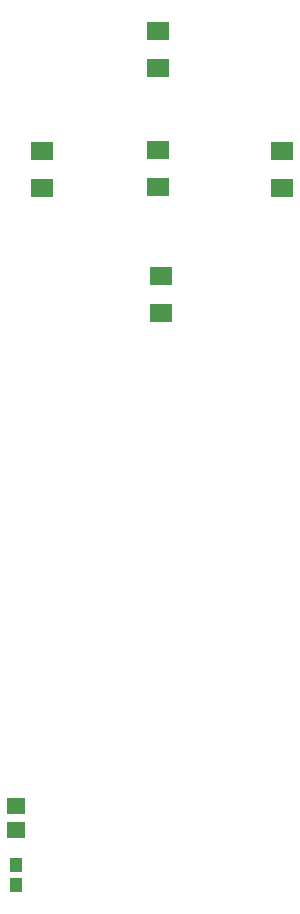
<source format=gbp>
G04 MADE WITH FRITZING*
G04 WWW.FRITZING.ORG*
G04 DOUBLE SIDED*
G04 HOLES PLATED*
G04 CONTOUR ON CENTER OF CONTOUR VECTOR*
%ASAXBY*%
%FSLAX23Y23*%
%MOIN*%
%OFA0B0*%
%SFA1.0B1.0*%
%ADD10R,0.043307X0.047244*%
%ADD11R,0.059055X0.055118*%
%ADD12R,0.074803X0.062992*%
%LNPASTEMASK0*%
G90*
G70*
G54D10*
X546Y842D03*
X546Y775D03*
G54D11*
X546Y1039D03*
X546Y959D03*
G54D12*
X1029Y2683D03*
X1029Y2805D03*
X1432Y3100D03*
X1432Y3222D03*
X1019Y3500D03*
X1019Y3622D03*
X1019Y3102D03*
X1019Y3224D03*
X633Y3099D03*
X633Y3221D03*
G04 End of PasteMask0*
M02*
</source>
